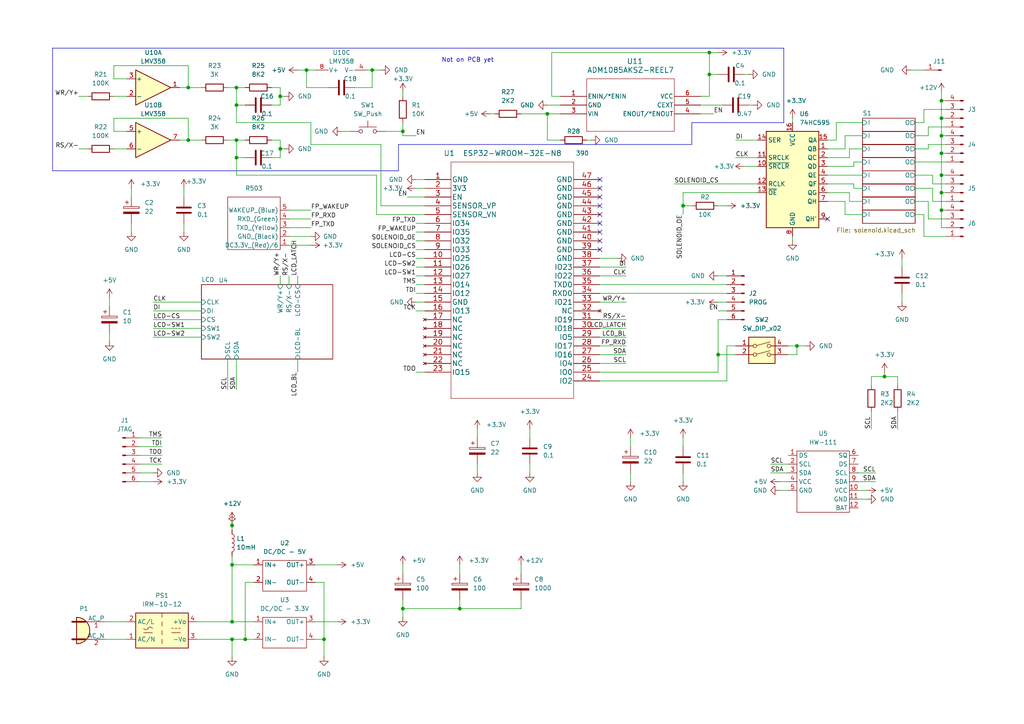
<source format=kicad_sch>
(kicad_sch (version 20231120) (generator "eeschema") (generator_version "8.0")
  (paper "A4")
  (title_block (title "CPU"))
  (junction (at 54.61 40.64))
  (junction (at 88.9 20.32))
  (junction (at 67.31 152.4))
  (junction (at 205.74 21.59))
  (junction (at 68.58 25.4))
  (junction (at 71.12 185.42))
  (junction (at 68.58 40.64))
  (junction (at 273.05 50.8))
  (junction (at 68.58 30.48))
  (junction (at 208.28 102.87))
  (junction (at 273.05 34.29))
  (junction (at 133.35 176.53))
  (junction (at 67.31 185.42))
  (junction (at 158.75 33.02))
  (junction (at 273.05 55.88))
  (junction (at 205.74 15.24))
  (junction (at 273.05 39.37))
  (junction (at 231.14 100.33))
  (junction (at 68.58 45.72))
  (junction (at 116.84 38.1))
  (junction (at 67.31 180.34))
  (junction (at 273.05 29.21))
  (junction (at 81.28 27.94))
  (junction (at 256.54 109.22))
  (junction (at 81.28 43.18))
  (junction (at 273.05 60.96))
  (junction (at 93.98 185.42))
  (junction (at 54.61 25.4))
  (junction (at 67.31 163.83))
  (junction (at 198.12 59.69))
  (junction (at 273.05 44.45))
  (junction (at 107.95 20.32))
  (junction (at 116.84 176.53))
  (no_connect (at 240.03 63.5))
  (no_connect (at 173.99 72.39))
  (no_connect (at 173.99 57.15))
  (no_connect (at 173.99 52.07))
  (no_connect (at 173.99 64.77))
  (no_connect (at 173.99 62.23))
  (no_connect (at 173.99 59.69))
  (no_connect (at 173.99 69.85))
  (no_connect (at 173.99 67.31))
  (no_connect (at 173.99 54.61))
  (wire (pts (xy 44.45 97.79) (xy 58.42 97.79)))
  (wire (pts (xy 33.02 22.86) (xy 33.02 19.05)))
  (wire (pts (xy 228.6 100.33) (xy 231.14 100.33)))
  (wire (pts (xy 107.95 20.32) (xy 107.95 25.4)))
  (wire (pts (xy 213.36 40.64) (xy 219.71 40.64)))
  (wire (pts (xy 67.31 151.13) (xy 67.31 152.4)))
  (wire (pts (xy 71.12 168.91) (xy 71.12 185.42)))
  (wire (pts (xy 273.05 44.45) (xy 274.32 44.45)))
  (wire (pts (xy 160.02 15.24) (xy 205.74 15.24)))
  (wire (pts (xy 54.61 25.4) (xy 58.42 25.4)))
  (wire (pts (xy 215.9 48.26) (xy 219.71 48.26)))
  (wire (pts (xy 44.45 92.71) (xy 58.42 92.71)))
  (wire (pts (xy 210.82 100.33) (xy 213.36 100.33)))
  (wire (pts (xy 83.82 71.12) (xy 90.17 71.12)))
  (wire (pts (xy 116.84 26.67) (xy 116.84 27.94)))
  (wire (pts (xy 120.65 87.63) (xy 123.19 87.63)))
  (wire (pts (xy 240.03 45.72) (xy 246.38 45.72)))
  (wire (pts (xy 203.2 30.48) (xy 209.55 30.48)))
  (wire (pts (xy 68.58 35.56) (xy 68.58 30.48)))
  (wire (pts (xy 269.24 58.42) (xy 269.24 63.5)))
  (wire (pts (xy 205.74 21.59) (xy 208.28 21.59)))
  (wire (pts (xy 229.87 34.29) (xy 229.87 35.56)))
  (wire (pts (xy 231.14 100.33) (xy 231.14 102.87)))
  (wire (pts (xy 120.65 80.01) (xy 123.19 80.01)))
  (wire (pts (xy 36.83 38.1) (xy 33.02 38.1)))
  (wire (pts (xy 83.82 68.58) (xy 90.17 68.58)))
  (wire (pts (xy 83.82 82.55) (xy 83.82 80.01)))
  (wire (pts (xy 88.9 25.4) (xy 88.9 20.32)))
  (wire (pts (xy 273.05 39.37) (xy 273.05 44.45)))
  (wire (pts (xy 269.24 39.37) (xy 269.24 36.83)))
  (wire (pts (xy 240.03 53.34) (xy 247.65 53.34)))
  (wire (pts (xy 173.99 95.25) (xy 181.61 95.25)))
  (wire (pts (xy 269.24 63.5) (xy 274.32 63.5)))
  (polyline (pts (xy 15.24 13.97) (xy 227.33 13.97)))
  (wire (pts (xy 120.65 52.07) (xy 123.19 52.07)))
  (wire (pts (xy 273.05 55.88) (xy 274.32 55.88)))
  (wire (pts (xy 260.35 119.38) (xy 260.35 124.46)))
  (wire (pts (xy 81.28 27.94) (xy 81.28 25.4)))
  (wire (pts (xy 40.64 134.62) (xy 46.99 134.62)))
  (wire (pts (xy 86.36 20.32) (xy 88.9 20.32)))
  (wire (pts (xy 110.49 41.91) (xy 90.17 41.91)))
  (wire (pts (xy 252.73 119.38) (xy 252.73 124.46)))
  (wire (pts (xy 208.28 102.87) (xy 208.28 107.95)))
  (wire (pts (xy 203.2 33.02) (xy 207.01 33.02)))
  (wire (pts (xy 210.82 110.49) (xy 210.82 100.33)))
  (wire (pts (xy 246.38 55.88) (xy 246.38 58.42)))
  (wire (pts (xy 198.12 137.16) (xy 198.12 139.7)))
  (wire (pts (xy 86.36 80.01) (xy 86.36 82.55)))
  (wire (pts (xy 246.38 58.42) (xy 250.19 58.42)))
  (wire (pts (xy 173.99 92.71) (xy 181.61 92.71)))
  (wire (pts (xy 173.99 87.63) (xy 181.61 87.63)))
  (wire (pts (xy 205.74 15.24) (xy 205.74 21.59)))
  (wire (pts (xy 101.6 38.1) (xy 99.06 38.1)))
  (wire (pts (xy 173.99 80.01) (xy 181.61 80.01)))
  (wire (pts (xy 198.12 127) (xy 198.12 129.54)))
  (wire (pts (xy 91.44 180.34) (xy 97.79 180.34)))
  (wire (pts (xy 240.03 50.8) (xy 250.19 50.8)))
  (wire (pts (xy 173.99 100.33) (xy 181.61 100.33)))
  (wire (pts (xy 120.65 82.55) (xy 123.19 82.55)))
  (wire (pts (xy 54.61 34.29) (xy 54.61 40.64)))
  (wire (pts (xy 158.75 40.64) (xy 158.75 33.02)))
  (wire (pts (xy 67.31 180.34) (xy 73.66 180.34)))
  (wire (pts (xy 31.75 96.52) (xy 31.75 99.06)))
  (polyline (pts (xy 115.57 41.91) (xy 115.57 49.53)))
  (wire (pts (xy 81.28 45.72) (xy 81.28 43.18)))
  (wire (pts (xy 153.67 124.46) (xy 153.67 127)))
  (wire (pts (xy 171.45 40.64) (xy 170.18 40.64)))
  (wire (pts (xy 67.31 152.4) (xy 67.31 153.67)))
  (wire (pts (xy 273.05 60.96) (xy 274.32 60.96)))
  (wire (pts (xy 22.86 43.18) (xy 25.4 43.18)))
  (wire (pts (xy 68.58 50.8) (xy 68.58 45.72)))
  (wire (pts (xy 242.57 40.64) (xy 242.57 35.56)))
  (wire (pts (xy 116.84 39.37) (xy 120.65 39.37)))
  (wire (pts (xy 273.05 60.96) (xy 273.05 66.04)))
  (wire (pts (xy 162.56 40.64) (xy 158.75 40.64)))
  (wire (pts (xy 240.03 58.42) (xy 245.11 58.42)))
  (wire (pts (xy 247.65 46.99) (xy 250.19 46.99)))
  (wire (pts (xy 265.43 46.99) (xy 274.32 46.99)))
  (wire (pts (xy 265.43 58.42) (xy 269.24 58.42)))
  (wire (pts (xy 231.14 100.33) (xy 233.68 100.33)))
  (wire (pts (xy 246.38 43.18) (xy 250.19 43.18)))
  (wire (pts (xy 67.31 185.42) (xy 71.12 185.42)))
  (wire (pts (xy 226.06 139.7) (xy 228.6 139.7)))
  (wire (pts (xy 81.28 27.94) (xy 82.55 27.94)))
  (polyline (pts (xy 227.33 35.56) (xy 200.66 35.56)))
  (wire (pts (xy 91.44 185.42) (xy 93.98 185.42)))
  (wire (pts (xy 173.99 97.79) (xy 181.61 97.79)))
  (wire (pts (xy 110.49 41.91) (xy 110.49 59.69)))
  (wire (pts (xy 71.12 45.72) (xy 68.58 45.72)))
  (wire (pts (xy 261.62 74.93) (xy 261.62 77.47)))
  (wire (pts (xy 78.74 45.72) (xy 81.28 45.72)))
  (wire (pts (xy 31.75 86.36) (xy 31.75 88.9)))
  (wire (pts (xy 116.84 38.1) (xy 116.84 39.37)))
  (wire (pts (xy 120.65 77.47) (xy 123.19 77.47)))
  (wire (pts (xy 256.54 107.95) (xy 256.54 109.22)))
  (wire (pts (xy 273.05 29.21) (xy 274.32 29.21)))
  (wire (pts (xy 116.84 176.53) (xy 133.35 176.53)))
  (wire (pts (xy 273.05 29.21) (xy 273.05 34.29)))
  (polyline (pts (xy 227.33 13.97) (xy 227.33 35.56)))
  (wire (pts (xy 252.73 109.22) (xy 256.54 109.22)))
  (wire (pts (xy 248.92 142.24) (xy 251.46 142.24)))
  (wire (pts (xy 246.38 45.72) (xy 246.38 43.18)))
  (wire (pts (xy 36.83 22.86) (xy 33.02 22.86)))
  (wire (pts (xy 33.02 43.18) (xy 36.83 43.18)))
  (wire (pts (xy 81.28 43.18) (xy 82.55 43.18)))
  (wire (pts (xy 267.97 31.75) (xy 274.32 31.75)))
  (wire (pts (xy 173.99 85.09) (xy 210.82 85.09)))
  (wire (pts (xy 83.82 66.04) (xy 90.17 66.04)))
  (wire (pts (xy 66.04 25.4) (xy 68.58 25.4)))
  (wire (pts (xy 270.51 50.8) (xy 270.51 53.34)))
  (wire (pts (xy 208.28 80.01) (xy 210.82 80.01)))
  (wire (pts (xy 245.11 43.18) (xy 245.11 39.37)))
  (wire (pts (xy 116.84 173.99) (xy 116.84 176.53)))
  (wire (pts (xy 265.43 43.18) (xy 269.24 43.18)))
  (wire (pts (xy 68.58 104.14) (xy 68.58 113.03)))
  (wire (pts (xy 38.1 54.61) (xy 38.1 57.15)))
  (wire (pts (xy 95.25 25.4) (xy 88.9 25.4)))
  (wire (pts (xy 273.05 44.45) (xy 273.05 50.8)))
  (wire (pts (xy 208.28 87.63) (xy 210.82 87.63)))
  (wire (pts (xy 142.24 33.02) (xy 143.51 33.02)))
  (wire (pts (xy 38.1 64.77) (xy 38.1 67.31)))
  (wire (pts (xy 118.11 57.15) (xy 123.19 57.15)))
  (wire (pts (xy 223.52 137.16) (xy 228.6 137.16)))
  (wire (pts (xy 265.43 39.37) (xy 269.24 39.37)))
  (wire (pts (xy 248.92 144.78) (xy 251.46 144.78)))
  (wire (pts (xy 40.64 127) (xy 46.99 127)))
  (wire (pts (xy 195.58 53.34) (xy 219.71 53.34)))
  (wire (pts (xy 182.88 127) (xy 182.88 129.54)))
  (wire (pts (xy 110.49 59.69) (xy 123.19 59.69)))
  (wire (pts (xy 226.06 142.24) (xy 228.6 142.24)))
  (wire (pts (xy 245.11 39.37) (xy 250.19 39.37)))
  (wire (pts (xy 151.13 33.02) (xy 158.75 33.02)))
  (wire (pts (xy 173.99 102.87) (xy 181.61 102.87)))
  (wire (pts (xy 270.51 54.61) (xy 270.51 58.42)))
  (wire (pts (xy 240.03 55.88) (xy 246.38 55.88)))
  (wire (pts (xy 208.28 92.71) (xy 210.82 92.71)))
  (wire (pts (xy 109.22 62.23) (xy 123.19 62.23)))
  (wire (pts (xy 223.52 134.62) (xy 228.6 134.62)))
  (wire (pts (xy 158.75 30.48) (xy 162.56 30.48)))
  (wire (pts (xy 53.34 54.61) (xy 53.34 57.15)))
  (wire (pts (xy 273.05 34.29) (xy 274.32 34.29)))
  (wire (pts (xy 120.65 90.17) (xy 123.19 90.17)))
  (wire (pts (xy 107.95 20.32) (xy 110.49 20.32)))
  (wire (pts (xy 83.82 60.96) (xy 90.17 60.96)))
  (wire (pts (xy 270.51 58.42) (xy 274.32 58.42)))
  (wire (pts (xy 44.45 90.17) (xy 58.42 90.17)))
  (wire (pts (xy 218.44 30.48) (xy 217.17 30.48)))
  (wire (pts (xy 198.12 59.69) (xy 200.66 59.69)))
  (wire (pts (xy 33.02 19.05) (xy 54.61 19.05)))
  (wire (pts (xy 81.28 43.18) (xy 81.28 40.64)))
  (wire (pts (xy 120.65 85.09) (xy 123.19 85.09)))
  (wire (pts (xy 265.43 54.61) (xy 270.51 54.61)))
  (wire (pts (xy 33.02 34.29) (xy 54.61 34.29)))
  (wire (pts (xy 247.65 54.61) (xy 250.19 54.61)))
  (wire (pts (xy 120.65 69.85) (xy 123.19 69.85)))
  (wire (pts (xy 120.65 72.39) (xy 123.19 72.39)))
  (wire (pts (xy 93.98 168.91) (xy 93.98 185.42)))
  (wire (pts (xy 269.24 36.83) (xy 274.32 36.83)))
  (wire (pts (xy 208.28 59.69) (xy 210.82 59.69)))
  (wire (pts (xy 138.43 124.46) (xy 138.43 127)))
  (wire (pts (xy 245.11 62.23) (xy 250.19 62.23)))
  (wire (pts (xy 67.31 161.29) (xy 67.31 163.83)))
  (polyline (pts (xy 200.66 41.91) (xy 115.57 41.91)))
  (wire (pts (xy 53.34 64.77) (xy 53.34 67.31)))
  (wire (pts (xy 248.92 137.16) (xy 254 137.16)))
  (wire (pts (xy 57.15 185.42) (xy 67.31 185.42)))
  (wire (pts (xy 40.64 139.7) (xy 44.45 139.7)))
  (wire (pts (xy 71.12 30.48) (xy 68.58 30.48)))
  (wire (pts (xy 160.02 27.94) (xy 160.02 15.24)))
  (wire (pts (xy 173.99 105.41) (xy 181.61 105.41)))
  (wire (pts (xy 260.35 109.22) (xy 260.35 111.76)))
  (wire (pts (xy 107.95 25.4) (xy 102.87 25.4)))
  (wire (pts (xy 120.65 107.95) (xy 123.19 107.95)))
  (wire (pts (xy 73.66 163.83) (xy 67.31 163.83)))
  (wire (pts (xy 68.58 40.64) (xy 71.12 40.64)))
  (wire (pts (xy 30.48 185.42) (xy 36.83 185.42)))
  (wire (pts (xy 217.17 21.59) (xy 215.9 21.59)))
  (wire (pts (xy 273.05 39.37) (xy 274.32 39.37)))
  (wire (pts (xy 240.03 40.64) (xy 242.57 40.64)))
  (wire (pts (xy 52.07 25.4) (xy 54.61 25.4)))
  (wire (pts (xy 68.58 25.4) (xy 71.12 25.4)))
  (wire (pts (xy 120.65 64.77) (xy 123.19 64.77)))
  (wire (pts (xy 78.74 40.64) (xy 81.28 40.64)))
  (wire (pts (xy 173.99 74.93) (xy 179.07 74.93)))
  (wire (pts (xy 120.65 67.31) (xy 123.19 67.31)))
  (wire (pts (xy 205.74 15.24) (xy 208.28 15.24)))
  (wire (pts (xy 116.84 163.83) (xy 116.84 166.37)))
  (wire (pts (xy 229.87 68.58) (xy 229.87 69.85)))
  (wire (pts (xy 256.54 109.22) (xy 260.35 109.22)))
  (wire (pts (xy 93.98 185.42) (xy 93.98 190.5)))
  (wire (pts (xy 22.86 27.94) (xy 25.4 27.94)))
  (wire (pts (xy 33.02 38.1) (xy 33.02 34.29)))
  (wire (pts (xy 57.15 180.34) (xy 67.31 180.34)))
  (wire (pts (xy 264.16 20.32) (xy 267.97 20.32)))
  (polyline (pts (xy 15.24 13.97) (xy 15.24 49.53)))
  (wire (pts (xy 270.51 53.34) (xy 274.32 53.34)))
  (wire (pts (xy 267.97 62.23) (xy 267.97 68.58)))
  (wire (pts (xy 91.44 163.83) (xy 97.79 163.83)))
  (wire (pts (xy 44.45 87.63) (xy 58.42 87.63)))
  (wire (pts (xy 248.92 139.7) (xy 254 139.7)))
  (wire (pts (xy 71.12 185.42) (xy 73.66 185.42)))
  (wire (pts (xy 205.74 21.59) (xy 205.74 27.94)))
  (wire (pts (xy 133.35 173.99) (xy 133.35 176.53)))
  (wire (pts (xy 67.31 185.42) (xy 67.31 190.5)))
  (wire (pts (xy 73.66 168.91) (xy 71.12 168.91)))
  (wire (pts (xy 66.04 104.14) (xy 66.04 113.03)))
  (wire (pts (xy 274.32 66.04) (xy 273.05 66.04)))
  (wire (pts (xy 67.31 163.83) (xy 67.31 180.34)))
  (wire (pts (xy 242.57 35.56) (xy 250.19 35.56)))
  (wire (pts (xy 208.28 92.71) (xy 208.28 102.87)))
  (wire (pts (xy 81.28 80.01) (xy 81.28 82.55)))
  (wire (pts (xy 208.28 102.87) (xy 213.36 102.87)))
  (wire (pts (xy 173.99 107.95) (xy 208.28 107.95)))
  (wire (pts (xy 40.64 137.16) (xy 44.45 137.16)))
  (wire (pts (xy 78.74 25.4) (xy 81.28 25.4)))
  (wire (pts (xy 203.2 27.94) (xy 205.74 27.94)))
  (wire (pts (xy 52.07 40.64) (xy 54.61 40.64)))
  (wire (pts (xy 106.68 20.32) (xy 107.95 20.32)))
  (wire (pts (xy 88.9 20.32) (xy 91.44 20.32)))
  (wire (pts (xy 273.05 55.88) (xy 273.05 60.96)))
  (polyline (pts (xy 115.57 49.53) (xy 15.24 49.53)))
  (wire (pts (xy 240.03 43.18) (xy 245.11 43.18)))
  (wire (pts (xy 273.05 50.8) (xy 273.05 55.88)))
  (wire (pts (xy 267.97 68.58) (xy 274.32 68.58)))
  (wire (pts (xy 83.82 63.5) (xy 90.17 63.5)))
  (wire (pts (xy 273.05 26.67) (xy 273.05 29.21)))
  (wire (pts (xy 111.76 38.1) (xy 116.84 38.1)))
  (wire (pts (xy 162.56 27.94) (xy 160.02 27.94)))
  (wire (pts (xy 151.13 163.83) (xy 151.13 166.37)))
  (wire (pts (xy 44.45 95.25) (xy 58.42 95.25)))
  (wire (pts (xy 252.73 111.76) (xy 252.73 109.22)))
  (wire (pts (xy 30.48 180.34) (xy 36.83 180.34)))
  (wire (pts (xy 54.61 19.05) (xy 54.61 25.4)))
  (wire (pts (xy 68.58 45.72) (xy 68.58 40.64)))
  (wire (pts (xy 120.65 54.61) (xy 123.19 54.61)))
  (wire (pts (xy 151.13 176.53) (xy 151.13 173.99)))
  (wire (pts (xy 273.05 34.29) (xy 273.05 39.37)))
  (wire (pts (xy 173.99 77.47) (xy 181.61 77.47)))
  (wire (pts (xy 173.99 110.49) (xy 210.82 110.49)))
  (wire (pts (xy 198.12 55.88) (xy 219.71 55.88)))
  (wire (pts (xy 33.02 27.94) (xy 36.83 27.94)))
  (wire (pts (xy 269.24 41.91) (xy 274.32 41.91)))
  (wire (pts (xy 90.17 35.56) (xy 68.58 35.56)))
  (wire (pts (xy 173.99 82.55) (xy 210.82 82.55)))
  (wire (pts (xy 153.67 134.62) (xy 153.67 137.16)))
  (wire (pts (xy 78.74 30.48) (xy 81.28 30.48)))
  (wire (pts (xy 261.62 85.09) (xy 261.62 87.63)))
  (wire (pts (xy 182.88 137.16) (xy 182.88 139.7)))
  (wire (pts (xy 109.22 50.8) (xy 68.58 50.8)))
  (wire (pts (xy 265.43 50.8) (xy 270.51 50.8)))
  (wire (pts (xy 133.35 176.53) (xy 151.13 176.53)))
  (wire (pts (xy 116.84 176.53) (xy 116.84 179.07)))
  (wire (pts (xy 247.65 53.34) (xy 247.65 54.61)))
  (wire (pts (xy 267.97 35.56) (xy 267.97 31.75)))
  (wire (pts (xy 198.12 59.69) (xy 198.12 55.88)))
  (wire (pts (xy 40.64 129.54) (xy 46.99 129.54)))
  (wire (pts (xy 245.11 58.42) (xy 245.11 62.23)))
  (wire (pts (xy 40.64 132.08) (xy 46.99 132.08)))
  (wire (pts (xy 91.44 168.91) (xy 93.98 168.91)))
  (wire (pts (xy 86.36 104.14) (xy 86.36 107.95)))
  (wire (pts (xy 158.75 33.02) (xy 162.56 33.02)))
  (wire (pts (xy 54.61 40.64) (xy 58.42 40.64)))
  (wire (pts (xy 265.43 62.23) (xy 267.97 62.23)))
  (wire (pts (xy 66.04 40.64) (xy 68.58 40.64)))
  (wire (pts (xy 273.05 50.8) (xy 274.32 50.8)))
  (wire (pts (xy 198.12 59.69) (xy 198.12 62.23)))
  (wire (pts (xy 240.03 48.26) (xy 247.65 48.26)))
  (wire (pts (xy 90.17 41.91) (xy 90.17 35.56)))
  (wire (pts (xy 213.36 45.72) (xy 219.71 45.72)))
  (wire (pts (xy 247.65 48.26) (xy 247.65 46.99)))
  (wire (pts (xy 81.28 30.48) (xy 81.28 27.94)))
  (wire (pts (xy 265.43 35.56) (xy 267.97 35.56)))
  (wire (pts (xy 120.65 74.93) (xy 123.19 74.93)))
  (wire (pts (xy 269.24 43.18) (xy 269.24 41.91)))
  (wire (pts (xy 208.28 90.17) (xy 210.82 90.17)))
  (wire (pts (xy 138.43 134.62) (xy 138.43 137.16)))
  (wire (pts (xy 133.35 163.83) (xy 133.35 166.37)))
  (polyline (pts (xy 200.66 35.56) (xy 200.66 41.91)))
  (wire (pts (xy 228.6 102.87) (xy 231.14 102.87)))
  (wire (pts (xy 68.58 25.4) (xy 68.58 30.48)))
  (wire (pts (xy 109.22 50.8) (xy 109.22 62.23)))
  (wire (pts (xy 116.84 35.56) (xy 116.84 38.1)))
  (text "Not on PCB yet" (at 135.636 16.764 0) (effects (font (size 1.27 1.27)) (justify top)))
  (label "FP_RXD" (at 181.61 100.33 180))
  (label "SDA" (at 68.58 113.03 90))
  (label "SCL" (at 254 137.16 180))
  (label "RS{slash}X-" (at 83.82 80.01 90))
  (label "TDO" (at 46.99 132.08 180))
  (label "SCL" (at 252.73 124.46 90))
  (label "EN" (at 208.28 90.17 180))
  (label "TMS" (at 46.99 127 180))
  (label "SOLENOID_CS" (at 120.65 72.39 180))
  (label "LCD_BL" (at 86.36 107.95 270))
  (label "DI" (at 213.36 40.64 0))
  (label "FP_WAKEUP" (at 120.65 67.31 180))
  (label "LCD-SW2" (at 44.45 97.79 0))
  (label "LCD-CS" (at 44.45 92.71 0))
  (label "EN" (at 207.01 33.02 0))
  (label "FP_TXD" (at 120.65 64.77 180))
  (label "WR{slash}Y+" (at 181.61 87.63 180))
  (label "DI" (at 181.61 77.47 180))
  (label "TDO" (at 120.65 107.95 180))
  (label "SOLENOID_OE" (at 198.12 62.23 270))
  (label "FP_RXD" (at 90.17 63.5 0))
  (label "FP_WAKEUP" (at 90.17 60.96 0))
  (label "LCD-SW1" (at 120.65 80.01 180))
  (label "SDA" (at 181.61 102.87 180))
  (label "WR{slash}Y+" (at 22.86 27.94 180))
  (label "FP_TXD" (at 90.17 66.04 0))
  (label "TDI" (at 120.65 85.09 180))
  (label "TDI" (at 46.99 129.54 180))
  (label "LCD_LATCH" (at 181.61 95.25 180))
  (label "SOLENOID_OE" (at 120.65 69.85 180))
  (label "SCL" (at 66.04 113.03 90))
  (label "EN" (at 120.65 39.37 0))
  (label "SDA" (at 260.35 124.46 90))
  (label "WR{slash}Y+" (at 81.28 80.01 90))
  (label "LCD-SW2" (at 120.65 77.47 180))
  (label "DI" (at 44.45 90.17 0))
  (label "SCL" (at 223.52 134.62 0))
  (label "CLK" (at 213.36 45.72 0))
  (label "SDA" (at 223.52 137.16 0))
  (label "LCD_LATCH" (at 86.36 80.01 90))
  (label "CLK" (at 181.61 80.01 180))
  (label "TCK" (at 120.65 90.17 180))
  (label "RS{slash}X-" (at 181.61 92.71 180))
  (label "TMS" (at 120.65 82.55 180))
  (label "SOLENOID_CS" (at 195.58 53.34 0))
  (label "SCL" (at 181.61 105.41 180))
  (label "CLK" (at 44.45 87.63 0))
  (label "EN" (at 118.11 57.15 180))
  (label "SDA" (at 254 139.7 180))
  (label "TCK" (at 46.99 134.62 180))
  (label "LCD-CS" (at 120.65 74.93 180))
  (label "RS{slash}X-" (at 22.86 43.18 180))
  (label "LCD_BL" (at 181.61 97.79 180))
  (label "LCD-SW1" (at 44.45 95.25 0))
  (symbol (lib_id "power:GND") (at 182.88 139.7 0) (unit 1)
    (property "Reference" "#PWR030" (effects (hide yes)))
    (property "Value" "GND" (at 182.88 144.78 0))
  )
  (symbol (lib_id "power:+3.3V") (at 138.43 124.46 0) (unit 1)
    (property "Reference" "#PWR023" (effects (hide yes)))
    (property "Value" "+3.3V" (at 140.97 123.1899 0) (effects (justify left)))
  )
  (symbol (lib_id "Device:C") (at 53.34 60.96 0) (unit 1)
    (property "Reference" "C3" (at 57.15 59.6899 0) (effects (justify left)))
    (property "Value" "0.1" (at 57.15 62.2299 0) (effects (justify left)))
    (property "Footprint" "Capacitor_SMD:C_0603_1608Metric_Pad1.08x0.95mm_HandSolder" (effects (hide yes)))
  )
  (symbol (lib_id "Connector:Conn_01x04_Male") (at 279.4 44.45 180) (unit 1)
    (property "Reference" "J4" (at 280.67 41.9099 0) (effects (justify right)))
    (property "Value" "Conn_01x04_Male" (effects (hide yes)))
    (property "Footprint" "Connector_JST:JST_XH_B4B-XH-A_1x04_P2.50mm_Vertical" (effects (hide yes)))
  )
  (symbol (lib_id "Device:R") (at 260.35 115.57 0) (unit 1)
    (property "Reference" "R4" (at 262.89 114.2999 0) (effects (justify left)))
    (property "Value" "2K2" (at 262.89 116.8399 0) (effects (justify left)))
    (property "Footprint" "Resistor_SMD:R_0603_1608Metric_Pad0.98x0.95mm_HandSolder" (effects (hide yes)))
  )
  (symbol (lib_id "power:GND") (at 53.34 67.31 0) (unit 1)
    (property "Reference" "#PWR08" (effects (hide yes)))
    (property "Value" "GND" (at 53.34 72.39 0))
  )
  (symbol (lib_id "power:GND") (at 138.43 137.16 0) (unit 1)
    (property "Reference" "#PWR024" (effects (hide yes)))
    (property "Value" "GND" (at 138.43 142.24 0))
  )
  (symbol (lib_id "power:GND") (at 226.06 142.24 270) (unit 1)
    (property "Reference" "#PWR037" (effects (hide yes)))
    (property "Value" "GND" (at 218.44 142.24 90) (effects (justify left)))
  )
  (symbol (lib_id "power:GND") (at 198.12 139.7 0) (unit 1)
    (property "Reference" "#PWR032" (effects (hide yes)))
    (property "Value" "GND" (at 198.12 144.78 0))
  )
  (symbol (lib_id "Device:C") (at 212.09 21.59 90) (unit 1)
    (property "Reference" "C4" (at 214.63 19.05 90))
    (property "Value" "0.1" (at 214.63 24.13 90))
  )
  (symbol (lib_id "Switch:SW_Push") (at 106.68 38.1 0) (unit 1)
    (property "Reference" "SW1" (at 106.68 30.48 0))
    (property "Value" "SW_Push" (at 106.68 33.02 0))
    (property "Footprint" "Button_Switch_THT:SW_PUSH-12mm_Wuerth-430476085716" (effects (hide yes)))
  )
  (symbol (lib_id "power:+5V") (at 86.36 20.32 90) (unit 1)
    (property "Reference" "#PWR086" (effects (hide yes)))
    (property "Value" "+5V" (at 78.74 20.32 90) (effects (justify right)))
  )
  (symbol (lib_id "Device:C") (at 74.93 45.72 90) (unit 1)
    (property "Reference" "C17" (at 77.47 44.45 90))
    (property "Value" "0.1" (at 77.47 48.26 90))
  )
  (symbol (lib_id "Switch:SW_DIP_x02") (at 220.98 102.87 0) (unit 1)
    (property "Reference" "SW2" (at 220.98 92.71 0))
    (property "Value" "SW_DIP_x02" (at 220.98 95.25 0))
    (property "Footprint" "Button_Switch_THT:SW_DIP_SPSTx02_Slide_9.78x7.26mm_W7.62mm_P2.54mm" (effects (hide yes)))
  )
  (symbol (lib_id "power:GND") (at 93.98 190.5 0) (unit 1)
    (property "Reference" "#PWR013" (effects (hide yes)))
    (property "Value" "GND" (at 93.98 195.58 0))
  )
  (symbol (lib_id "power:+3.3V") (at 198.12 127 0) (unit 1)
    (property "Reference" "#PWR031" (effects (hide yes)))
    (property "Value" "+3.3V" (at 198.12 121.92 0))
  )
  (symbol (lib_id "power:+3.3V") (at 182.88 127 0) (unit 1)
    (property "Reference" "#PWR029" (effects (hide yes)))
    (property "Value" "+3.3V" (at 185.42 125.7299 0) (effects (justify left)))
  )
  (symbol (lib_id "power:GND") (at 233.68 100.33 90) (unit 1)
    (property "Reference" "#PWR039" (effects (hide yes)))
    (property "Value" "GND" (at 237.49 100.3299 90) (effects (justify right)))
  )
  (symbol (lib_id "power:GND") (at 261.62 87.63 0) (unit 1)
    (property "Reference" "#PWR046" (effects (hide yes)))
    (property "Value" "GND" (at 261.62 92.71 0))
  )
  (symbol (lib_id "power:+5V") (at 226.06 139.7 90) (unit 1)
    (property "Reference" "#PWR?" (effects (hide yes)))
    (property "Value" "+5V" (at 218.44 139.7 90) (effects (justify right)))
  )
  (symbol (lib_id "power:GND") (at 82.55 27.94 90) (unit 1)
    (property "Reference" "#PWR01" (effects (hide yes)))
    (property "Value" "GND" (at 86.36 27.9399 90) (effects (justify right)))
  )
  (symbol (lib_id "Converter_ACDC:IRM-10-12") (at 46.99 182.88 0) (unit 1)
    (property "Reference" "PS1" (at 46.99 172.72 0))
    (property "Value" "IRM-10-12" (at 46.99 175.26 0))
    (property "Footprint" "Converter_ACDC:Converter_ACDC_MeanWell_IRM-10-xx_THT" (effects (hide yes)))
    (property "Datasheet" "https://www.meanwell.com/Upload/PDF/IRM-10/IRM-10-SPEC.PDF" (effects (hide yes)))
  )
  (symbol (lib_id "Device:C_Polarized") (at 38.1 60.96 0) (unit 1)
    (property "Reference" "C2" (at 41.91 58.8009 0) (effects (justify left)))
    (property "Value" "22" (at 41.91 61.3409 0) (effects (justify left)))
    (property "Footprint" "Capacitor_THT:CP_Radial_D5.0mm_P2.00mm" (effects (hide yes)))
  )
  (symbol (lib_id "power:GND") (at 82.55 43.18 90) (unit 1)
    (property "Reference" "#PWR085" (effects (hide yes)))
    (property "Value" "GND" (at 86.36 43.1799 90) (effects (justify right)))
  )
  (symbol (lib_id "74xx:74HC595") (at 229.87 50.8 0) (unit 1)
    (property "Reference" "U6" (at 231.8894 33.02 0) (effects (justify left)))
    (property "Value" "74HC595" (at 231.8894 35.56 0) (effects (justify left)))
    (property "Footprint" "Package_SO:SO-16_3.9x9.9mm_P1.27mm" (effects (hide yes)))
    (property "Datasheet" "http://www.ti.com/lit/ds/symlink/sn74hc595.pdf" (effects (hide yes)))
  )
  (symbol (lib_id "Connector:Conn_WallPlug") (at 25.4 182.88 0) (unit 1)
    (property "Reference" "P1" (at 24.3205 176.53 0))
    (property "Value" "Conn_WallPlug" (effects (hide yes)))
    (property "Footprint" "Connector_JST:JST_NV_B02P-NV_1x02_P5.00mm_Vertical" (effects (hide yes)))
  )
  (symbol (lib_id "power:+3.3V") (at 208.28 87.63 90) (unit 1)
    (property "Reference" "#PWR033" (effects (hide yes)))
    (property "Value" "+3.3V" (at 204.47 87.6299 90) (effects (justify left)))
  )
  (symbol (lib_id "power:GND") (at 31.75 99.06 0) (unit 1)
    (property "Reference" "#PWR02" (effects (hide yes)))
    (property "Value" "GND" (at 31.75 104.14 0))
  )
  (symbol (lib_id "power:GND") (at 116.84 179.07 0) (unit 1)
    (property "Reference" "#PWR019" (effects (hide yes)))
    (property "Value" "GND" (at 116.84 184.15 0))
  )
  (symbol (lib_id "local:DC/DC") (at 73.66 180.34 0) (unit 1)
    (property "Reference" "U3" (at 82.55 173.99 0))
    (property "Value" "DC/DC - 3.3V" (at 82.55 176.53 0))
    (property "Footprint" "esp:DD_DC" (effects (hide yes)))
  )
  (symbol (lib_id "Device:C_Polarized") (at 31.75 92.71 0) (unit 1)
    (property "Reference" "C1" (at 35.56 90.5509 0) (effects (justify left)))
    (property "Value" "10" (at 35.56 93.0909 0) (effects (justify left)))
    (property "Footprint" "Capacitor_THT:CP_Radial_D5.0mm_P2.00mm" (effects (hide yes)))
  )
  (symbol (lib_id "power:GND") (at 158.75 30.48 270) (unit 1)
    (property "Reference" "#PWR090" (effects (hide yes)))
    (property "Value" "GND" (at 154.94 30.4799 90) (effects (justify right)))
  )
  (symbol (lib_id "power:+3.3V") (at 44.45 139.7 270) (unit 1)
    (property "Reference" "#PWR06" (effects (hide yes)))
    (property "Value" "+3.3V" (at 48.26 139.6999 90) (effects (justify left)))
  )
  (symbol (lib_id "Device:C") (at 153.67 130.81 0) (unit 1)
    (property "Reference" "C9" (at 157.48 129.5399 0) (effects (justify left)))
    (property "Value" "0.1" (at 157.48 132.0799 0) (effects (justify left)))
    (property "Footprint" "Capacitor_SMD:C_0603_1608Metric_Pad1.08x0.95mm_HandSolder" (effects (hide yes)))
  )
  (symbol (lib_id "Device:C_Polarized") (at 182.88 133.35 0) (unit 1)
    (property "Reference" "C10" (at 186.69 131.1909 0) (effects (justify left)))
    (property "Value" "22" (at 186.69 133.7309 0) (effects (justify left)))
    (property "Footprint" "Capacitor_THT:CP_Radial_D5.0mm_P2.00mm" (effects (hide yes)))
  )
  (symbol (lib_id "Device:C") (at 198.12 133.35 0) (unit 1)
    (property "Reference" "C11" (at 201.93 132.0799 0) (effects (justify left)))
    (property "Value" "0.1" (at 201.93 134.6199 0) (effects (justify left)))
    (property "Footprint" "Capacitor_SMD:C_0603_1608Metric_Pad1.08x0.95mm_HandSolder" (effects (hide yes)))
  )
  (symbol (lib_id "Device:C") (at 261.62 81.28 0) (unit 1)
    (property "Reference" "C12" (at 265.43 80.0099 0) (effects (justify left)))
    (property "Value" "0.1" (at 265.43 82.5499 0) (effects (justify left)))
    (property "Footprint" "Capacitor_SMD:C_0603_1608Metric_Pad1.08x0.95mm_HandSolder" (effects (hide yes)))
  )
  (symbol (lib_id "Device:C_Polarized") (at 138.43 130.81 0) (unit 1)
    (property "Reference" "C7" (at 142.24 128.6509 0) (effects (justify left)))
    (property "Value" "22" (at 142.24 131.1909 0) (effects (justify left)))
    (property "Footprint" "Capacitor_THT:CP_Radial_D5.0mm_P2.00mm" (effects (hide yes)))
  )
  (symbol (lib_id "power:+3.3V") (at 215.9 48.26 90) (unit 1)
    (property "Reference" "#PWR038" (effects (hide yes)))
    (property "Value" "+3.3V" (at 207.01 48.26 90) (effects (justify right)))
  )
  (symbol (lib_id "power:+5V") (at 31.75 86.36 0) (unit 1)
    (property "Reference" "#PWR0101" (effects (hide yes)))
    (property "Value" "+5V" (at 31.75 81.28 0))
  )
  (symbol (lib_id "Amplifier_Operational:LMV358") (at 99.06 17.78 90) (unit 3)
    (property "Reference" "U10" (at 99.06 15.24 90))
    (property "Value" "LMV358" (at 99.06 17.78 90))
    (property "Datasheet" "http://www.ti.com/lit/ds/symlink/lmv324.pdf" (effects (hide yes)))
  )
  (symbol (lib_id "power:GND") (at 251.46 144.78 90) (unit 1)
    (property "Reference" "#PWR043" (effects (hide yes)))
    (property "Value" "GND" (at 255.27 144.7799 90) (effects (justify right)))
  )
  (symbol (lib_id "Device:C_Polarized") (at 151.13 170.18 0) (unit 1)
    (property "Reference" "C8" (at 154.94 168.0209 0) (effects (justify left)))
    (property "Value" "1000" (at 154.94 170.5609 0) (effects (justify left)))
    (property "Footprint" "Capacitor_THT:CP_Radial_D8.0mm_P3.50mm" (effects (hide yes)))
  )
  (symbol (lib_id "power:GND") (at 38.1 67.31 0) (unit 1)
    (property "Reference" "#PWR04" (effects (hide yes)))
    (property "Value" "GND" (at 38.1 72.39 0))
  )
  (symbol (lib_id "power:+5V") (at 97.79 163.83 270) (unit 1)
    (property "Reference" "#PWR015" (effects (hide yes)))
    (property "Value" "+5V" (at 101.6 163.8299 90) (effects (justify left)))
  )
  (symbol (lib_id "power:GND") (at 229.87 69.85 0) (unit 1)
    (property "Reference" "#PWR041" (effects (hide yes)))
    (property "Value" "GND" (at 229.87 74.93 0))
  )
  (symbol (lib_id "power:GND") (at 67.31 190.5 0) (unit 1)
    (property "Reference" "#PWR010" (effects (hide yes)))
    (property "Value" "GND" (at 67.31 195.58 0))
  )
  (symbol (lib_id "power:+5V") (at 251.46 142.24 270) (unit 1)
    (property "Reference" "#PWR?" (effects (hide yes)))
    (property "Value" "+5V" (at 259.08 142.24 90) (effects (justify right)))
  )
  (symbol (lib_id "Device:R") (at 62.23 40.64 90) (unit 1)
    (property "Reference" "R24" (at 62.23 34.29 90))
    (property "Value" "3K" (at 62.23 36.83 90))
  )
  (symbol (lib_id "power:+12V") (at 67.31 151.13 0) (unit 1)
    (property "Reference" "#PWR09" (effects (hide yes)))
    (property "Value" "+12V" (at 67.31 146.05 0))
  )
  (symbol (lib_id "Connector:Conn_01x06_Male") (at 35.56 132.08 0) (unit 1)
    (property "Reference" "J1" (at 36.195 121.92 0))
    (property "Value" "JTAG" (at 36.195 124.46 0))
    (property "Footprint" "Connector_PinHeader_2.54mm:PinHeader_1x06_P2.54mm_Vertical" (effects (hide yes)))
  )
  (symbol (lib_id "power:+3.3V") (at 120.65 54.61 90) (unit 1)
    (property "Reference" "#PWR020" (effects (hide yes)))
    (property "Value" "+3.3V" (at 116.84 54.6099 90) (effects (justify left)))
  )
  (symbol (lib_id "power:+3.3V") (at 90.17 71.12 270) (unit 1)
    (property "Reference" "#PWR011" (effects (hide yes)))
    (property "Value" "+3.3V" (at 96.52 71.12 90))
  )
  (symbol (lib_id "Device:C_Polarized") (at 133.35 170.18 0) (unit 1)
    (property "Reference" "C6" (at 137.16 168.0209 0) (effects (justify left)))
    (property "Value" "100" (at 137.16 170.5609 0) (effects (justify left)))
    (property "Footprint" "Capacitor_THT:CP_Radial_D5.0mm_P2.00mm" (effects (hide yes)))
  )
  (symbol (lib_id "power:+12V") (at 151.13 163.83 0) (unit 1)
    (property "Reference" "#PWR025" (effects (hide yes)))
    (property "Value" "+12V" (at 154.94 162.56 0))
  )
  (symbol (lib_id "power:GND") (at 110.49 20.32 90) (unit 1)
    (property "Reference" "#PWR087" (effects (hide yes)))
    (property "Value" "GND" (at 114.3 20.3199 90) (effects (justify right)))
  )
  (symbol (lib_id "Connector:Conn_01x04_Male") (at 279.4 66.04 180) (unit 1)
    (property "Reference" "J6" (at 280.67 64.7699 0) (effects (justify right)))
    (property "Value" "Conn_01x04_Male" (effects (hide yes)))
    (property "Footprint" "Connector_JST:JST_XH_B4B-XH-A_1x04_P2.50mm_Vertical" (effects (hide yes)))
  )
  (symbol (lib_id "Device:C_Polarized") (at 116.84 170.18 0) (unit 1)
    (property "Reference" "C5" (at 120.65 168.0209 0) (effects (justify left)))
    (property "Value" "100" (at 120.65 170.5609 0) (effects (justify left)))
    (property "Footprint" "Capacitor_THT:CP_Radial_D5.0mm_P2.00mm" (effects (hide yes)))
  )
  (symbol (lib_id "power:+5V") (at 142.24 33.02 90) (unit 1)
    (property "Reference" "#PWR089" (effects (hide yes)))
    (property "Value" "+5V" (at 134.62 33.02 90) (effects (justify right)))
  )
  (symbol (lib_id "Device:R") (at 204.47 59.69 90) (unit 1)
    (property "Reference" "R2" (at 204.47 57.15 90))
    (property "Value" "10K" (at 204.47 62.23 90))
    (property "Footprint" "Resistor_SMD:R_0603_1608Metric_Pad0.98x0.95mm_HandSolder" (effects (hide yes)))
  )
  (symbol (lib_id "power:+3.3V") (at 38.1 54.61 0) (unit 1)
    (property "Reference" "#PWR03" (effects (hide yes)))
    (property "Value" "+3.3V" (at 40.64 53.3399 0) (effects (justify left)))
  )
  (symbol (lib_id "Device:R") (at 252.73 115.57 0) (unit 1)
    (property "Reference" "R3" (at 255.27 114.2999 0) (effects (justify left)))
    (property "Value" "2K2" (at 255.27 116.8399 0) (effects (justify left)))
    (property "Footprint" "Resistor_SMD:R_0603_1608Metric_Pad0.98x0.95mm_HandSolder" (effects (hide yes)))
  )
  (symbol (lib_id "Device:C") (at 99.06 25.4 90) (unit 1)
    (property "Reference" "C18" (at 101.6 22.86 90))
    (property "Value" "0.1" (at 101.6 27.94 90))
  )
  (symbol (lib_id "Device:R") (at 29.21 43.18 90) (unit 1)
    (property "Reference" "R22" (at 29.21 36.83 90))
    (property "Value" "100K" (at 29.21 39.37 90))
  )
  (symbol (lib_id "power:GND") (at 153.67 137.16 0) (unit 1)
    (property "Reference" "#PWR027" (effects (hide yes)))
    (property "Value" "GND" (at 153.67 142.24 0))
  )
  (symbol (lib_id "Connector:Conn_01x04_Male") (at 279.4 55.88 180) (unit 1)
    (property "Reference" "J5" (at 280.67 54.6099 0) (effects (justify right)))
    (property "Value" "Conn_01x04_Male" (effects (hide yes)))
    (property "Footprint" "Connector_JST:JST_XH_B4B-XH-A_1x04_P2.50mm_Vertical" (effects (hide yes)))
  )
  (symbol (lib_id "power:+3.3V") (at 97.79 180.34 270) (unit 1)
    (property "Reference" "#PWR016" (effects (hide yes)))
    (property "Value" "+3.3V" (at 101.6 180.3399 90) (effects (justify left)))
  )
  (symbol (lib_id "Device:R") (at 74.93 25.4 90) (unit 1)
    (property "Reference" "R25" (at 74.93 19.05 90))
    (property "Value" "8K2" (at 74.93 21.59 90))
  )
  (symbol (lib_id "Device:R") (at 147.32 33.02 90) (unit 1)
    (property "Reference" "R27" (at 147.32 26.67 90))
    (property "Value" "2K2" (at 147.32 29.21 90))
  )
  (symbol (lib_id "power:+3.3V") (at 208.28 15.24 270) (unit 1)
    (property "Reference" "#PWR092" (effects (hide yes)))
    (property "Value" "+3.3V" (at 212.09 15.2399 90) (effects (justify left)))
  )
  (symbol (lib_id "power:+3.3V") (at 153.67 124.46 0) (unit 1)
    (property "Reference" "#PWR026" (effects (hide yes)))
    (property "Value" "+3.3V" (at 153.67 119.38 0))
  )
  (symbol (lib_id "power:+3.3V") (at 53.34 54.61 0) (unit 1)
    (property "Reference" "#PWR07" (effects (hide yes)))
    (property "Value" "+3.3V" (at 56.896 52.578 0))
  )
  (symbol (lib_id "local:HW-111") (at 228.6 132.08 0) (unit 1)
    (property "Reference" "U5" (at 238.76 125.73 0))
    (property "Value" "HW-111" (at 238.76 128.27 0))
    (property "Footprint" "esp:HW-111" (effects (hide yes)))
  )
  (symbol (lib_id "power:GND") (at 99.06 38.1 270) (unit 1)
    (property "Reference" "#PWR014" (effects (hide yes)))
    (property "Value" "GND" (at 95.25 38.0999 90) (effects (justify right)))
  )
  (symbol (lib_id "power:GND") (at 171.45 40.64 90) (unit 1)
    (property "Reference" "#PWR091" (effects (hide yes)))
    (property "Value" "GND" (at 175.26 40.6399 90) (effects (justify right)))
  )
  (symbol (lib_id "Amplifier_Operational:LMV358") (at 44.45 40.64 0) (unit 2)
    (property "Reference" "U10" (at 44.45 30.48 0))
    (property "Value" "LMV358" (at 44.45 33.02 0))
    (property "Datasheet" "http://www.ti.com/lit/ds/symlink/lmv324.pdf" (effects (hide yes)))
  )
  (symbol (lib_id "Device:R") (at 116.84 31.75 0) (unit 1)
    (property "Reference" "R1" (at 119.38 30.4799 0) (effects (justify left)))
    (property "Value" "10K" (at 119.38 33.0199 0) (effects (justify left)))
    (property "Footprint" "Resistor_SMD:R_0603_1608Metric_Pad0.98x0.95mm_HandSolder" (effects (hide yes)))
  )
  (symbol (lib_id "power:PWR_FLAG") (at 67.31 152.4 0) (unit 1)
    (property "Reference" "#FLG0101" (effects (hide yes)))
    (property "Value" "PWR_FLAG" (effects (hide yes)))
  )
  (symbol (lib_id "Device:C") (at 213.36 30.48 90) (unit 1)
    (property "Reference" "C19" (at 215.9 27.94 90))
    (property "Value" "0.47" (at 215.9 33.02 90))
  )
  (symbol (lib_id "power:+3.3V") (at 116.84 26.67 0) (unit 1)
    (property "Reference" "#PWR017" (effects (hide yes)))
    (property "Value" "+3.3V" (at 116.84 22.86 0))
  )
  (symbol (lib_id "local:DC/DC") (at 73.66 163.83 0) (unit 1)
    (property "Reference" "U2" (at 82.55 157.48 0))
    (property "Value" "DC/DC - 5V" (at 82.55 160.02 0))
    (property "Footprint" "esp:DD_DC" (effects (hide yes)))
  )
  (symbol (lib_id "Device:R") (at 29.21 27.94 90) (unit 1)
    (property "Reference" "R21" (at 29.21 21.59 90))
    (property "Value" "100K" (at 29.21 24.13 90))
  )
  (symbol (lib_id "power:GND") (at 120.65 52.07 270) (unit 1)
    (property "Reference" "#PWR088" (effects (hide yes)))
    (property "Value" "GND" (at 116.84 52.0699 90) (effects (justify right)))
  )
  (symbol (lib_id "power:+3.3V") (at 133.35 163.83 0) (unit 1)
    (property "Reference" "#PWR022" (effects (hide yes)))
    (property "Value" "+3.3V" (at 135.89 162.5599 0) (effects (justify left)))
  )
  (symbol (lib_id "power:GND") (at 44.45 137.16 90) (unit 1)
    (property "Reference" "#PWR05" (effects (hide yes)))
    (property "Value" "GND" (at 48.26 137.1599 90) (effects (justify right)))
  )
  (symbol (lib_id "Device:R") (at 62.23 25.4 90) (unit 1)
    (property "Reference" "R23" (at 62.23 19.05 90))
    (property "Value" "3K" (at 62.23 21.59 90))
  )
  (symbol (lib_id "power:GND") (at 264.16 20.32 270) (unit 1)
    (property "Reference" "#PWR083" (effects (hide yes)))
    (property "Value" "GND" (at 255.27 20.32 90) (effects (justify left)))
  )
  (symbol (lib_id "Connector:Conn_01x04_Male") (at 279.4 34.29 180) (unit 1)
    (property "Reference" "J3" (at 280.67 31.7499 0) (effects (justify right)))
    (property "Value" "Conn_01x04_Male" (effects (hide yes)))
    (property "Footprint" "Connector_JST:JST_XH_B4B-XH-A_1x04_P2.50mm_Vertical" (effects (hide yes)))
  )
  (symbol (lib_id "power:GND") (at 90.17 68.58 90) (unit 1)
    (property "Reference" "#PWR012" (effects (hide yes)))
    (property "Value" "GND" (at 97.79 68.58 90) (effects (justify left)))
  )
  (symbol (lib_id "power:GND") (at 179.07 74.93 90) (unit 1)
    (property "Reference" "#PWR028" (effects (hide yes)))
    (property "Value" "GND" (at 182.88 74.9299 90) (effects (justify right)))
  )
  (symbol (lib_id "adm1085:ADM1085AKSZ-REEL7") (at 162.56 27.94 0) (unit 1)
    (property "Reference" "U11" (at 184.15 17.78 0) (effects (font (size 1.524 1.524))))
    (property "Value" "ADM1085AKSZ-REEL7" (at 182.88 20.32 0) (effects (font (size 1.524 1.524))))
    (property "Footprint" "KS_6_ADI" (effects (hide yes)))
    (property "Datasheet" "ADM1085AKSZ-REEL7" (effects (hide yes)))
  )
  (symbol (lib_id "Connector:Conn_01x06_Male") (at 215.9 85.09 0) (mirror y) (unit 1)
    (property "Reference" "J2" (at 217.17 85.0899 0) (effects (justify right)))
    (property "Value" "PROG" (at 217.17 87.6299 0) (effects (justify right)))
    (property "Footprint" "Connector_PinHeader_2.54mm:PinHeader_1x06_P2.54mm_Vertical" (effects (hide yes)))
  )
  (symbol (lib_id "power:+3.3V") (at 229.87 34.29 0) (unit 1)
    (property "Reference" "#PWR040" (effects (hide yes)))
    (property "Value" "+3.3V" (at 230.886 29.21 0))
  )
  (symbol (lib_id "Connector:Conn_01x01_Male") (at 273.05 20.32 0) (mirror y) (unit 1)
    (property "Reference" "J11" (at 272.415 17.78 0))
    (property "Value" "Conn_01x01_Male" (effects (hide yes)))
    (property "Footprint" "Connector_PinHeader_2.54mm:PinHeader_1x01_P2.54mm_Horizontal" (effects (hide yes)))
  )
  (symbol (lib_id "power:GND") (at 218.44 30.48 90) (unit 1)
    (property "Reference" "#PWR094" (effects (hide yes)))
    (property "Value" "GND" (at 222.25 30.4799 90) (effects (justify right)))
  )
  (symbol (lib_id "power:GND") (at 217.17 21.59 90) (unit 1)
    (property "Reference" "#PWR093" (effects (hide yes)))
    (property "Value" "GND" (at 220.98 21.5899 90) (effects (justify right)))
  )
  (symbol (lib_id "Device:C") (at 74.93 30.48 90) (unit 1)
    (property "Reference" "C16" (at 77.47 27.94 90))
    (property "Value" "0.1" (at 77.47 33.02 90))
  )
  (symbol (lib_id "local:R503") (at 83.82 71.12 90) (unit 1)
    (property "Reference" "U4" (at 64.77 81.28 90))
    (property "Value" "R503" (at 73.66 54.61 90))
    (property "Footprint" "Connector_JST:JST_XH_B5B-XH-A_1x05_P2.50mm_Vertical" (effects (hide yes)))
  )
  (symbol (lib_id "power:+5V") (at 116.84 163.83 0) (unit 1)
    (property "Reference" "#PWR018" (effects (hide yes)))
    (property "Value" "+5V" (at 119.38 162.5599 0) (effects (justify left)))
  )
  (symbol (lib_id "power:+3.3V") (at 256.54 107.95 0) (unit 1)
    (property "Reference" "#PWR044" (effects (hide yes)))
    (property "Value" "+3.3V" (at 256.54 102.87 0))
  )
  (symbol (lib_id "power:+3.3V") (at 261.62 74.93 0) (unit 1)
    (property "Reference" "#PWR045" (effects (hide yes)))
    (property "Value" "+3.3V" (at 256.54 73.66 0))
  )
  (symbol (lib_id "power:GND") (at 120.65 87.63 270) (unit 1)
    (property "Reference" "#PWR021" (effects (hide yes)))
    (property "Value" "GND" (at 113.03 87.63 90) (effects (justify left)))
  )
  (symbol (lib_id "Device:R") (at 166.37 40.64 90) (unit 1)
    (property "Reference" "R28" (at 166.37 38.1 90))
    (property "Value" "390" (at 168.91 44.45 90))
  )
  (symbol (lib_id "power:+3.3V") (at 210.82 59.69 270) (unit 1)
    (property "Reference" "#PWR035" (effects (hide yes)))
    (property "Value" "+3.3V" (at 214.63 59.6899 90) (effects (justify left)))
  )
  (symbol (lib_id "Device:R") (at 74.93 40.64 90) (unit 1)
    (property "Reference" "R26" (at 74.93 34.29 90))
    (property "Value" "8K2" (at 74.93 36.83 90))
  )
  (symbol (lib_id "Amplifier_Operational:LMV358") (at 44.45 25.4 0) (unit 1)
    (property "Reference" "U10" (at 44.45 15.24 0))
    (property "Value" "LMV358" (at 44.45 17.78 0))
    (property "Datasheet" "http://www.ti.com/lit/ds/symlink/lmv324.pdf" (effects (hide yes)))
  )
  (symbol (lib_id "power:+12V") (at 273.05 26.67 0) (unit 1)
    (property "Reference" "#PWR084" (effects (hide yes)))
    (property "Value" "+12V" (at 269.24 25.4 0))
  )
  (symbol (lib_id "esp:ESP32-WROOM-32E-N8") (at 123.19 52.07 0) (unit 1)
    (property "Reference" "U1" (at 130.302 44.45 0) (effects (font (size 1.524 1.524))))
    (property "Value" "ESP32-WROOM-32E-N8" (at 148.59 44.45 0) (effects (font (size 1.524 1.524))))
    (property "Footprint" "esp:ESP32-WROOM-32E-N8" (effects (hide yes)))
  )
  (symbol (lib_id "Device:L") (at 67.31 157.48 0) (unit 1)
    (property "Reference" "L1" (at 68.58 156.2099 0) (effects (justify left)))
    (property "Value" "10mH" (at 68.58 158.7499 0) (effects (justify left)))
    (property "Footprint" "Inductor_THT:L_Radial_D40.6mm_P27.94mm_Vishay_IHB-4" (effects (hide yes)))
  )
  (symbol (lib_id "power:GND") (at 208.28 80.01 270) (unit 1)
    (property "Reference" "#PWR034" (effects (hide yes)))
    (property "Value" "GND" (at 204.47 80.0099 90) (effects (justify right)))
  )
  (sheet (at 250.19 45.72) (size 15.24 3.81) (stroke (width 0.1524))
    (property "Sheetname" "S4" (effects (hide yes)))
    (property "Sheetfile" "solenoid.kicad_sch" (effects (hide yes)))
    (pin "I" input (at 250.19 46.99 180))
    (pin "O" output (at 265.43 46.99 0))
  )
  (sheet (at 250.19 53.34) (size 15.24 3.81) (stroke (width 0.1524))
    (property "Sheetname" "S6" (effects (hide yes)))
    (property "Sheetfile" "solenoid.kicad_sch" (effects (hide yes)))
    (pin "I" input (at 250.19 54.61 180))
    (pin "O" output (at 265.43 54.61 0))
  )
  (sheet (at 250.19 49.53) (size 15.24 3.81) (stroke (width 0.1524))
    (property "Sheetname" "S5" (effects (hide yes)))
    (property "Sheetfile" "solenoid.kicad_sch" (effects (hide yes)))
    (pin "I" input (at 250.19 50.8 180))
    (pin "O" output (at 265.43 50.8 0))
  )
  (sheet (at 58.42 82.55) (size 38.1 21.59) (stroke (width 0.1524))
    (property "Sheetname" "LCD" (at 58.42 81.8384 0) (effects (justify left bottom)))
    (property "Sheetfile" "lcd.kicad_sch" (effects (hide yes)))
    (pin "CLK" input (at 58.42 87.63 180))
    (pin "DI" input (at 58.42 90.17 180))
    (pin "CS" input (at 58.42 92.71 180))
    (pin "SW1" input (at 58.42 95.25 180))
    (pin "SW2" input (at 58.42 97.79 180))
    (pin "WR{slash}Y+" input (at 81.28 82.55 90))
    (pin "RS{slash}X-" input (at 83.82 82.55 90))
    (pin "LCD-BL" input (at 86.36 104.14 270))
    (pin "SCL" input (at 66.04 104.14 270))
    (pin "SDA" input (at 68.58 104.14 270))
    (pin "LCD-CS" input (at 86.36 82.55 90))
  )
  (sheet (at 250.19 38.1) (size 15.24 3.81) (stroke (width 0.1524))
    (property "Sheetname" "S2" (effects (hide yes)))
    (property "Sheetfile" "solenoid.kicad_sch" (effects (hide yes)))
    (pin "I" input (at 250.19 39.37 180))
    (pin "O" output (at 265.43 39.37 0))
  )
  (sheet (at 250.19 60.96) (size 15.24 3.81) (stroke (width 0.1524))
    (property "Sheetname" "S8" (effects (hide yes)))
    (property "Sheetfile" "solenoid.kicad_sch" (at 242.57 66.04 0) (effects (justify left top)))
    (pin "I" input (at 250.19 62.23 180))
    (pin "O" output (at 265.43 62.23 0))
  )
  (sheet (at 250.19 57.15) (size 15.24 3.81) (stroke (width 0.1524))
    (property "Sheetname" "S7" (effects (hide yes)))
    (property "Sheetfile" "solenoid.kicad_sch" (effects (hide yes)))
    (pin "I" input (at 250.19 58.42 180))
    (pin "O" output (at 265.43 58.42 0))
  )
  (sheet (at 250.19 34.29) (size 15.24 3.81) (stroke (width 0.1524))
    (property "Sheetname" "S1" (at 250.19 33.5784 0) (effects (justify left bottom)))
    (property "Sheetfile" "solenoid.kicad_sch" (effects (hide yes)))
    (pin "I" input (at 250.19 35.56 180))
    (pin "O" output (at 265.43 35.56 0))
  )
  (sheet (at 250.19 41.91) (size 15.24 3.81) (stroke (width 0.1524))
    (property "Sheetname" "S3" (effects (hide yes)))
    (property "Sheetfile" "solenoid.kicad_sch" (effects (hide yes)))
    (pin "I" input (at 250.19 43.18 180))
    (pin "O" output (at 265.43 43.18 0))
  )
)
</source>
